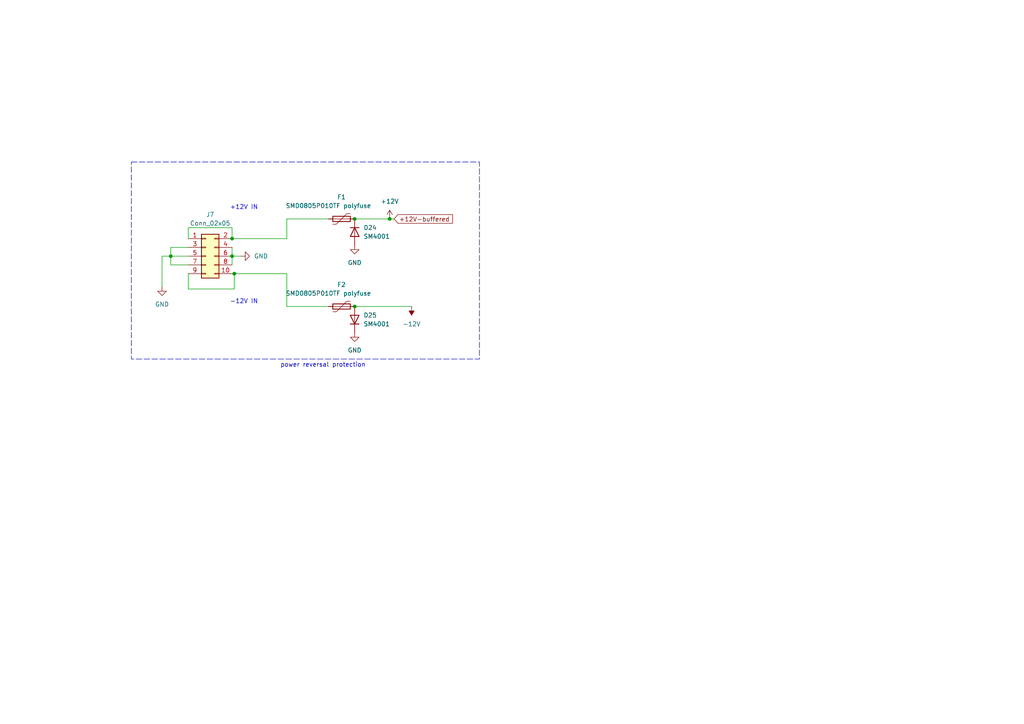
<source format=kicad_sch>
(kicad_sch (version 20230121) (generator eeschema)
  (paper "A4")
  (lib_symbols
    (symbol "Connector_Generic:Conn_02x05_Odd_Even" (pin_names (offset 1.016) hide)
      (property "Reference" "J" (at 1.27 7.62 0))
      (property "Value" "Conn_02x05_Odd_Even" (at 1.27 -7.62 0))
      (symbol "Conn_02x05_Odd_Even_1_1"
        (rectangle (start -1.27 -4.953) (end 0 -5.207) (stroke (width 0.1524)))
        (rectangle (start -1.27 -2.413) (end 0 -2.667) (stroke (width 0.1524)))
        (rectangle (start -1.27 0.127) (end 0 -0.127) (stroke (width 0.1524)))
        (rectangle (start -1.27 2.667) (end 0 2.413) (stroke (width 0.1524)))
        (rectangle (start -1.27 5.207) (end 0 4.953) (stroke (width 0.1524)))
        (rectangle (start -1.27 6.35) (end 3.81 -6.35) (stroke (width 0.254)) (fill (type background)))
        (rectangle (start 3.81 -4.953) (end 2.54 -5.207) (stroke (width 0.1524)))
        (rectangle (start 3.81 -2.413) (end 2.54 -2.667) (stroke (width 0.1524)))
        (rectangle (start 3.81 0.127) (end 2.54 -0.127) (stroke (width 0.1524)))
        (rectangle (start 3.81 2.667) (end 2.54 2.413) (stroke (width 0.1524)))
        (rectangle (start 3.81 5.207) (end 2.54 4.953) (stroke (width 0.1524)))
        (pin passive line (at -5.08 5.08 0) (length 3.81) (name "Pin_1") (number "1"))
        (pin passive line (at 7.62 -5.08 180) (length 3.81) (name "Pin_10") (number "10"))
        (pin passive line (at 7.62 5.08 180) (length 3.81) (name "Pin_2") (number "2"))
        (pin passive line (at -5.08 2.54 0) (length 3.81) (name "Pin_3") (number "3"))
        (pin passive line (at 7.62 2.54 180) (length 3.81) (name "Pin_4") (number "4"))
        (pin passive line (at -5.08 0 0) (length 3.81) (name "Pin_5") (number "5"))
        (pin passive line (at 7.62 0 180) (length 3.81) (name "Pin_6") (number "6"))
        (pin passive line (at -5.08 -2.54 0) (length 3.81) (name "Pin_7") (number "7"))
        (pin passive line (at 7.62 -2.54 180) (length 3.81) (name "Pin_8") (number "8"))
        (pin passive line (at -5.08 -5.08 0) (length 3.81) (name "Pin_9") (number "9"))
      )
    )
    (symbol "Device:Polyfuse" (pin_numbers hide) (pin_names (offset 0))
      (property "Reference" "F" (at -2.54 0 90))
      (property "Value" "Polyfuse" (at 2.54 0 90))
      (symbol "Polyfuse_0_1"
        (rectangle (start -0.762 2.54) (end 0.762 -2.54) (stroke (width 0.254)))
        (polyline (pts (xy 0 2.54) (xy 0 -2.54)))
        (polyline (pts (xy -1.524 2.54) (xy -1.524 1.524) (xy 1.524 -1.524) (xy 1.524 -2.54)))
      )
      (symbol "Polyfuse_1_1"
        (pin passive line (at 0 3.81 270) (length 1.27) (name "~") (number "1"))
        (pin passive line (at 0 -3.81 90) (length 1.27) (name "~") (number "2"))
      )
    )
    (symbol "Diode:SM4001" (pin_numbers hide) (pin_names (offset 1.016) hide)
      (property "Reference" "D" (at 0 2.54 0))
      (property "Value" "SM4001" (at 0 -2.54 0))
      (symbol "SM4001_0_1"
        (polyline (pts (xy -1.27 1.27) (xy -1.27 -1.27)) (stroke (width 0.254)))
        (polyline (pts (xy 1.27 0) (xy -1.27 0)))
        (polyline (pts (xy 1.27 1.27) (xy 1.27 -1.27) (xy -1.27 0) (xy 1.27 1.27)) (stroke (width 0.254)))
      )
      (symbol "SM4001_1_1"
        (pin passive line (at -3.81 0 0) (length 2.54) (name "K") (number "1"))
        (pin passive line (at 3.81 0 180) (length 2.54) (name "A") (number "2"))
      )
    )
    (symbol "power:+12V" (power) (pin_names (offset 0))
      (property "Value" "+12V" (at 0 3.556 0))
      (symbol "+12V_0_1"
        (polyline (pts (xy -0.762 1.27) (xy 0 2.54)))
        (polyline (pts (xy 0 0) (xy 0 2.54)))
        (polyline (pts (xy 0 2.54) (xy 0.762 1.27)))
      )
      (symbol "+12V_1_1"
        (pin power_in line (at 0 0 90) (length 0) hide (name "+12V") (number "1"))
      )
    )
    (symbol "power:-12V" (power) (pin_names (offset 0))
      (property "Value" "-12V" (at 0 3.81 0))
      (symbol "-12V_0_0"
        (pin power_in line (at 0 0 90) (length 0) hide (name "-12V") (number "1"))
      )
      (symbol "-12V_0_1"
        (polyline (pts (xy 0 0) (xy 0 1.27) (xy 0.762 1.27) (xy 0 2.54) (xy -0.762 1.27) (xy 0 1.27)) (fill (type outline)))
      )
    )
    (symbol "power:GND" (power) (pin_names (offset 0))
      (property "Value" "GND" (at 0 -3.81 0))
      (symbol "GND_0_1"
        (polyline (pts (xy 0 0) (xy 0 -1.27) (xy 1.27 -1.27) (xy 0 -2.54) (xy -1.27 -1.27) (xy 0 -1.27)))
      )
      (symbol "GND_1_1"
        (pin power_in line (at 0 0 270) (length 0) hide (name "GND") (number "1"))
      )
    )
  )
  (junction (at 67.31 74.295))
  (junction (at 67.31 69.215))
  (junction (at 113.03 63.5))
  (junction (at 102.87 88.9))
  (junction (at 102.87 63.5))
  (junction (at 67.945 79.375))
  (junction (at 49.53 74.295))
  (wire (pts (xy 49.53 74.295) (xy 54.61 74.295)))
  (wire (pts (xy 46.99 74.295) (xy 46.99 83.185)))
  (wire (pts (xy 67.31 79.375) (xy 67.945 79.375)))
  (wire (pts (xy 83.185 79.375) (xy 83.185 88.9)))
  (wire (pts (xy 67.31 74.295) (xy 67.31 76.835)))
  (wire (pts (xy 67.31 74.295) (xy 69.85 74.295)))
  (wire (pts (xy 83.185 63.5) (xy 95.25 63.5)))
  (wire (pts (xy 49.53 74.295) (xy 46.99 74.295)))
  (wire (pts (xy 54.61 79.375) (xy 54.61 83.82)))
  (wire (pts (xy 102.87 63.5) (xy 113.03 63.5)))
  (wire (pts (xy 54.61 83.82) (xy 67.945 83.82)))
  (wire (pts (xy 67.945 79.375) (xy 83.185 79.375)))
  (wire (pts (xy 54.61 66.04) (xy 67.31 66.04)))
  (wire (pts (xy 49.53 76.835) (xy 54.61 76.835)))
  (wire (pts (xy 54.61 69.215) (xy 54.61 66.04)))
  (wire (pts (xy 113.03 63.5) (xy 114.3 63.5)))
  (wire (pts (xy 49.53 74.295) (xy 49.53 71.755)))
  (wire (pts (xy 83.185 88.9) (xy 95.25 88.9)))
  (wire (pts (xy 67.31 71.755) (xy 67.31 74.295)))
  (wire (pts (xy 83.185 69.215) (xy 83.185 63.5)))
  (wire (pts (xy 49.53 76.835) (xy 49.53 74.295)))
  (wire (pts (xy 67.31 66.04) (xy 67.31 69.215)))
  (wire (pts (xy 49.53 71.755) (xy 54.61 71.755)))
  (wire (pts (xy 67.945 83.82) (xy 67.945 79.375)))
  (wire (pts (xy 102.87 88.9) (xy 119.38 88.9)))
  (wire (pts (xy 67.31 69.215) (xy 83.185 69.215)))
  (rectangle (start 38.1 46.99) (end 139.065 104.14) (stroke (width 0) (type dash)))
  (text "power reversal protection\n" (at 81.28 106.68 0) (effects (font (size 1.27 1.27)) (justify left bottom)))
  (text "+12V IN\n" (at 66.675 60.96 0) (effects (font (size 1.27 1.27)) (justify left bottom)))
  (text "-12V IN\n" (at 66.675 88.265 0) (effects (font (size 1.27 1.27)) (justify left bottom)))
  (global_label "+12V-buffered" (shape input) (at 114.3 63.5 0) (property "Intersheetrefs" "${INTERSHEET_REFS}" (effects hide)))
  (symbol (lib_id "Device:Polyfuse") (at 99.06 63.5 90) (unit 1)
    (property "Reference" "F1" (at 99.06 57.15 90))
    (property "Value" "SMD0805P010TF polyfuse" (at 95.25 59.69 90))
    (property "Footprint" "Fuse:Fuse_0805_2012Metric" (effects hide))
    (property "JLC part Number" "C269104" (effects hide))
    (property "LCSC" "C20975" (effects hide))
  )
  (symbol (lib_id "Diode:SM4001") (at 102.87 92.71 90) (unit 1)
    (property "Reference" "D25" (at 105.41 91.4399 90) (effects (justify right)))
    (property "Value" "SM4001" (at 105.41 93.9799 90) (effects (justify right)))
    (property "Footprint" "Diode_SMD:D_SOD-123" (effects hide))
    (property "Datasheet" "http://cdn-reichelt.de/documents/datenblatt/A400/SMD1N400%23DIO.pdf" (effects hide))
    (property "JLC part Number" "C151781" (effects hide))
    (property "LCSC" "C151781" (effects hide))
  )
  (symbol (lib_id "Connector_Generic:Conn_02x05_Odd_Even") (at 59.69 74.295 0) (unit 1)
    (property "Reference" "J7" (at 60.96 62.23 0))
    (property "Value" "Conn_02x05" (at 60.96 64.77 0))
    (property "Footprint" "Connector_PinHeader_2.54mm:PinHeader_2x05_P2.54mm_Vertical" (effects hide))
  )
  (symbol (lib_id "power:GND") (at 69.85 74.295 90) (unit 1)
    (property "Reference" "#PWR0168" (effects hide))
    (property "Value" "GND" (at 73.66 74.2949 90) (effects (justify right)))
  )
  (symbol (lib_id "power:GND") (at 102.87 96.52 0) (unit 1)
    (property "Reference" "#PWR0144" (effects hide))
    (property "Value" "GND" (at 102.87 101.6 0))
  )
  (symbol (lib_id "power:GND") (at 102.87 71.12 0) (unit 1)
    (property "Reference" "#PWR0143" (effects hide))
    (property "Value" "GND" (at 102.87 76.2 0))
  )
  (symbol (lib_id "power:GND") (at 46.99 83.185 0) (unit 1)
    (property "Reference" "#PWR0101" (effects hide))
    (property "Value" "GND" (at 46.99 88.265 0))
  )
  (symbol (lib_id "power:-12V") (at 119.38 88.9 180) (unit 1)
    (property "Reference" "#PWR0145" (effects hide))
    (property "Value" "-12V" (at 119.38 93.98 0))
  )
  (symbol (lib_id "Device:Polyfuse") (at 99.06 88.9 90) (unit 1)
    (property "Reference" "F2" (at 99.06 82.55 90))
    (property "Value" "SMD0805P010TF polyfuse" (at 95.25 85.09 90))
    (property "Footprint" "Fuse:Fuse_0805_2012Metric" (effects hide))
    (property "JLC part Number" "C269104" (effects hide))
    (property "LCSC" "C20975" (effects hide))
  )
  (symbol (lib_id "power:+12V") (at 113.03 63.5 0) (unit 1)
    (property "Reference" "#PWR0142" (effects hide))
    (property "Value" "+12V" (at 113.03 58.42 0))
  )
  (symbol (lib_id "Diode:SM4001") (at 102.87 67.31 270) (unit 1)
    (property "Reference" "D24" (at 105.41 66.0399 90) (effects (justify left)))
    (property "Value" "SM4001" (at 105.41 68.5799 90) (effects (justify left)))
    (property "Footprint" "Diode_SMD:D_SOD-123" (effects hide))
    (property "Datasheet" "http://cdn-reichelt.de/documents/datenblatt/A400/SMD1N400%23DIO.pdf" (effects hide))
    (property "JLC part Number" "C151781" (effects hide))
    (property "LCSC" "C151781" (effects hide))
  )
)
</source>
